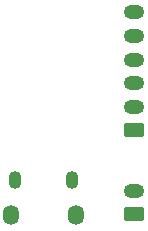
<source format=gbr>
%TF.GenerationSoftware,KiCad,Pcbnew,8.0.4*%
%TF.CreationDate,2025-10-30T08:56:40-04:00*%
%TF.ProjectId,Official Schematic,4f666669-6369-4616-9c20-536368656d61,rev?*%
%TF.SameCoordinates,Original*%
%TF.FileFunction,Soldermask,Bot*%
%TF.FilePolarity,Negative*%
%FSLAX46Y46*%
G04 Gerber Fmt 4.6, Leading zero omitted, Abs format (unit mm)*
G04 Created by KiCad (PCBNEW 8.0.4) date 2025-10-30 08:56:40*
%MOMM*%
%LPD*%
G01*
G04 APERTURE LIST*
G04 Aperture macros list*
%AMRoundRect*
0 Rectangle with rounded corners*
0 $1 Rounding radius*
0 $2 $3 $4 $5 $6 $7 $8 $9 X,Y pos of 4 corners*
0 Add a 4 corners polygon primitive as box body*
4,1,4,$2,$3,$4,$5,$6,$7,$8,$9,$2,$3,0*
0 Add four circle primitives for the rounded corners*
1,1,$1+$1,$2,$3*
1,1,$1+$1,$4,$5*
1,1,$1+$1,$6,$7*
1,1,$1+$1,$8,$9*
0 Add four rect primitives between the rounded corners*
20,1,$1+$1,$2,$3,$4,$5,0*
20,1,$1+$1,$4,$5,$6,$7,0*
20,1,$1+$1,$6,$7,$8,$9,0*
20,1,$1+$1,$8,$9,$2,$3,0*%
G04 Aperture macros list end*
%ADD10RoundRect,0.250000X0.625000X-0.350000X0.625000X0.350000X-0.625000X0.350000X-0.625000X-0.350000X0*%
%ADD11O,1.750000X1.200000*%
%ADD12O,1.350000X1.700000*%
%ADD13O,1.100000X1.500000*%
G04 APERTURE END LIST*
D10*
%TO.C,J4*%
X157300000Y-107800000D03*
D11*
X157300000Y-105800000D03*
X157300000Y-103800000D03*
X157300000Y-101800000D03*
X157300000Y-99800000D03*
X157300000Y-97800000D03*
%TD*%
D10*
%TO.C,J3*%
X157286270Y-114900000D03*
D11*
X157286270Y-112900000D03*
%TD*%
D12*
%TO.C,J5*%
X146933770Y-114992500D03*
D13*
X147243770Y-111992500D03*
X152083770Y-111992500D03*
D12*
X152393770Y-114992500D03*
%TD*%
M02*

</source>
